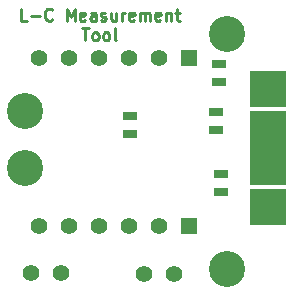
<source format=gts>
G04 (created by PCBNEW (2013-07-07 BZR 4022)-stable) date 2/2/2014 1:41:28 AM*
%MOIN*%
G04 Gerber Fmt 3.4, Leading zero omitted, Abs format*
%FSLAX34Y34*%
G01*
G70*
G90*
G04 APERTURE LIST*
%ADD10C,0.00590551*%
%ADD11C,0.00984252*%
%ADD12R,0.045X0.025*%
%ADD13C,0.055*%
%ADD14C,0.12*%
%ADD15R,0.12X0.12*%
%ADD16R,0.12X0.25*%
%ADD17R,0.055X0.055*%
G04 APERTURE END LIST*
G54D10*
G54D11*
X76271Y-57481D02*
X76080Y-57481D01*
X76080Y-57081D01*
X76404Y-57329D02*
X76709Y-57329D01*
X77128Y-57443D02*
X77109Y-57462D01*
X77052Y-57481D01*
X77014Y-57481D01*
X76957Y-57462D01*
X76919Y-57424D01*
X76900Y-57386D01*
X76880Y-57310D01*
X76880Y-57253D01*
X76900Y-57177D01*
X76919Y-57139D01*
X76957Y-57100D01*
X77014Y-57081D01*
X77052Y-57081D01*
X77109Y-57100D01*
X77128Y-57120D01*
X77604Y-57481D02*
X77604Y-57081D01*
X77738Y-57367D01*
X77871Y-57081D01*
X77871Y-57481D01*
X78214Y-57462D02*
X78176Y-57481D01*
X78100Y-57481D01*
X78061Y-57462D01*
X78042Y-57424D01*
X78042Y-57272D01*
X78061Y-57234D01*
X78100Y-57215D01*
X78176Y-57215D01*
X78214Y-57234D01*
X78233Y-57272D01*
X78233Y-57310D01*
X78042Y-57348D01*
X78576Y-57481D02*
X78576Y-57272D01*
X78557Y-57234D01*
X78519Y-57215D01*
X78442Y-57215D01*
X78404Y-57234D01*
X78576Y-57462D02*
X78538Y-57481D01*
X78442Y-57481D01*
X78404Y-57462D01*
X78385Y-57424D01*
X78385Y-57386D01*
X78404Y-57348D01*
X78442Y-57329D01*
X78538Y-57329D01*
X78576Y-57310D01*
X78747Y-57462D02*
X78785Y-57481D01*
X78861Y-57481D01*
X78900Y-57462D01*
X78919Y-57424D01*
X78919Y-57405D01*
X78900Y-57367D01*
X78861Y-57348D01*
X78804Y-57348D01*
X78766Y-57329D01*
X78747Y-57291D01*
X78747Y-57272D01*
X78766Y-57234D01*
X78804Y-57215D01*
X78861Y-57215D01*
X78900Y-57234D01*
X79261Y-57215D02*
X79261Y-57481D01*
X79090Y-57215D02*
X79090Y-57424D01*
X79109Y-57462D01*
X79147Y-57481D01*
X79204Y-57481D01*
X79242Y-57462D01*
X79261Y-57443D01*
X79452Y-57481D02*
X79452Y-57215D01*
X79452Y-57291D02*
X79471Y-57253D01*
X79490Y-57234D01*
X79528Y-57215D01*
X79566Y-57215D01*
X79852Y-57462D02*
X79814Y-57481D01*
X79738Y-57481D01*
X79700Y-57462D01*
X79680Y-57424D01*
X79680Y-57272D01*
X79700Y-57234D01*
X79738Y-57215D01*
X79814Y-57215D01*
X79852Y-57234D01*
X79871Y-57272D01*
X79871Y-57310D01*
X79680Y-57348D01*
X80042Y-57481D02*
X80042Y-57215D01*
X80042Y-57253D02*
X80061Y-57234D01*
X80100Y-57215D01*
X80157Y-57215D01*
X80195Y-57234D01*
X80214Y-57272D01*
X80214Y-57481D01*
X80214Y-57272D02*
X80233Y-57234D01*
X80271Y-57215D01*
X80328Y-57215D01*
X80366Y-57234D01*
X80385Y-57272D01*
X80385Y-57481D01*
X80728Y-57462D02*
X80690Y-57481D01*
X80614Y-57481D01*
X80576Y-57462D01*
X80557Y-57424D01*
X80557Y-57272D01*
X80576Y-57234D01*
X80614Y-57215D01*
X80690Y-57215D01*
X80728Y-57234D01*
X80747Y-57272D01*
X80747Y-57310D01*
X80557Y-57348D01*
X80919Y-57215D02*
X80919Y-57481D01*
X80919Y-57253D02*
X80938Y-57234D01*
X80976Y-57215D01*
X81033Y-57215D01*
X81071Y-57234D01*
X81090Y-57272D01*
X81090Y-57481D01*
X81223Y-57215D02*
X81376Y-57215D01*
X81280Y-57081D02*
X81280Y-57424D01*
X81300Y-57462D01*
X81338Y-57481D01*
X81376Y-57481D01*
X78119Y-57740D02*
X78347Y-57740D01*
X78233Y-58140D02*
X78233Y-57740D01*
X78538Y-58140D02*
X78500Y-58121D01*
X78480Y-58102D01*
X78461Y-58064D01*
X78461Y-57949D01*
X78480Y-57911D01*
X78500Y-57892D01*
X78538Y-57873D01*
X78595Y-57873D01*
X78633Y-57892D01*
X78652Y-57911D01*
X78671Y-57949D01*
X78671Y-58064D01*
X78652Y-58102D01*
X78633Y-58121D01*
X78595Y-58140D01*
X78538Y-58140D01*
X78900Y-58140D02*
X78861Y-58121D01*
X78842Y-58102D01*
X78823Y-58064D01*
X78823Y-57949D01*
X78842Y-57911D01*
X78861Y-57892D01*
X78900Y-57873D01*
X78957Y-57873D01*
X78995Y-57892D01*
X79014Y-57911D01*
X79033Y-57949D01*
X79033Y-58064D01*
X79014Y-58102D01*
X78995Y-58121D01*
X78957Y-58140D01*
X78900Y-58140D01*
X79261Y-58140D02*
X79223Y-58121D01*
X79204Y-58083D01*
X79204Y-57740D01*
G54D12*
X82760Y-62600D03*
X82760Y-63200D03*
X82680Y-59540D03*
X82680Y-58940D03*
X82600Y-60540D03*
X82600Y-61140D03*
X79720Y-61260D03*
X79720Y-60660D03*
G54D13*
X81180Y-65940D03*
X80180Y-65940D03*
G54D14*
X82960Y-57920D03*
X82960Y-65760D03*
G54D15*
X84320Y-59770D03*
G54D16*
X84320Y-61740D03*
G54D15*
X84320Y-63710D03*
G54D14*
X76220Y-60500D03*
X76220Y-62400D03*
G54D17*
X81680Y-64340D03*
G54D13*
X80680Y-64340D03*
X79680Y-64340D03*
X78680Y-64340D03*
X77680Y-64340D03*
X76680Y-64340D03*
G54D17*
X81680Y-58740D03*
G54D13*
X80680Y-58740D03*
X79680Y-58740D03*
X78680Y-58740D03*
X77680Y-58740D03*
X76680Y-58740D03*
X76420Y-65880D03*
X77420Y-65880D03*
M02*

</source>
